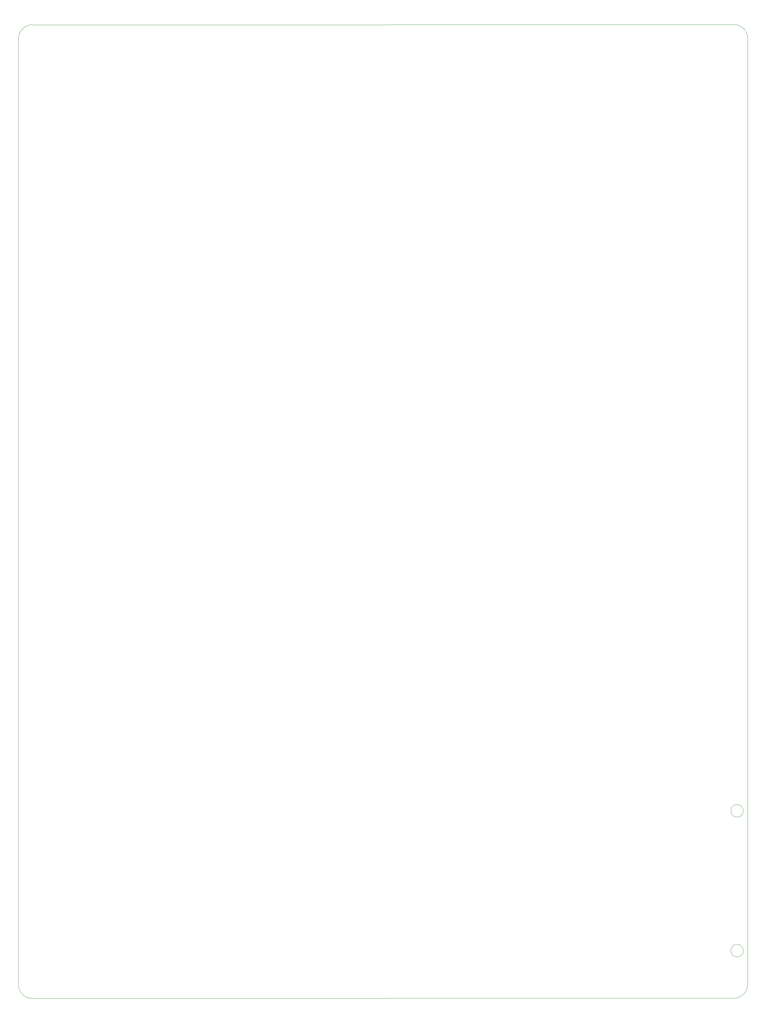
<source format=gbr>
%TF.GenerationSoftware,KiCad,Pcbnew,8.0.8*%
%TF.CreationDate,2025-02-12T13:58:17+01:00*%
%TF.ProjectId,diffprobe-espnow,64696666-7072-46f6-9265-2d6573706e6f,rev?*%
%TF.SameCoordinates,Original*%
%TF.FileFunction,Profile,NP*%
%FSLAX46Y46*%
G04 Gerber Fmt 4.6, Leading zero omitted, Abs format (unit mm)*
G04 Created by KiCad (PCBNEW 8.0.8) date 2025-02-12 13:58:17*
%MOMM*%
%LPD*%
G01*
G04 APERTURE LIST*
%TA.AperFunction,Profile*%
%ADD10C,0.100000*%
%TD*%
G04 APERTURE END LIST*
D10*
X287401000Y-335579000D02*
X287401000Y-64979000D01*
X286153000Y-285966500D02*
G75*
G02*
X282553000Y-285966500I-1800000J0D01*
G01*
X282553000Y-285966500D02*
G75*
G02*
X286153000Y-285966500I1800000J0D01*
G01*
X283401000Y-60979000D02*
G75*
G02*
X287401000Y-64979000I0J-4000000D01*
G01*
X287401000Y-335579000D02*
G75*
G02*
X283401000Y-339579000I-4000000J0D01*
G01*
X82780000Y-339650000D02*
G75*
G02*
X78780000Y-335650000I0J4000000D01*
G01*
X78780000Y-65050000D02*
X78780000Y-335650000D01*
X286153000Y-325966500D02*
G75*
G02*
X282553000Y-325966500I-1800000J0D01*
G01*
X282553000Y-325966500D02*
G75*
G02*
X286153000Y-325966500I1800000J0D01*
G01*
X78780000Y-65050000D02*
G75*
G02*
X82780000Y-61050000I4000000J0D01*
G01*
X82780000Y-339650000D02*
X283401000Y-339579000D01*
X283401000Y-60979000D02*
X82780000Y-61050000D01*
M02*

</source>
